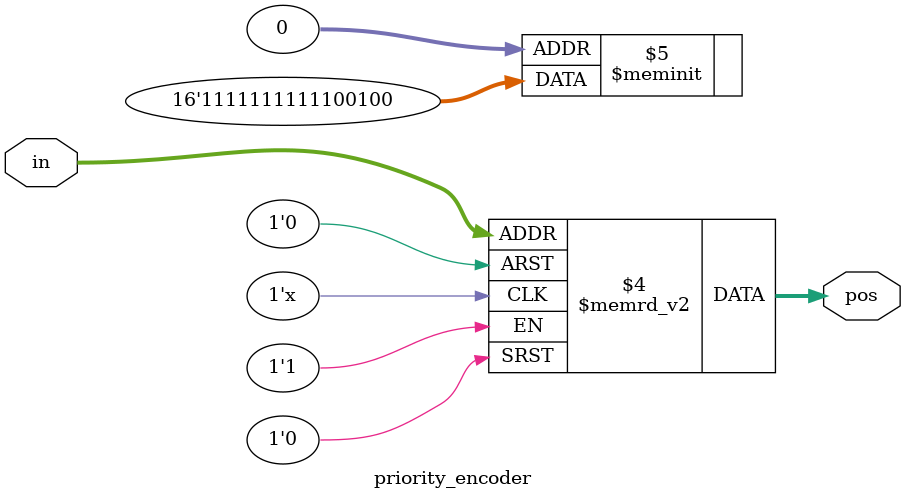
<source format=v>
module priority_encoder( 
input [2:0] in,
output reg [1:0] pos ); 
// When sel=1, assign b to out
// When sel=0, assign b to out
always @ (in) 
begin
case (in) 
3'b000 : pos = 2'b00; // input 000 --> output 000
3'b001 : pos = 2'b01; // input 001 --> output 001
3'b010 : pos = 2'b10; // input 010 --> output 010
3'b011 : pos = 2'b11; // input 011 --> output 011
3'b100 : pos = 2'b11; // input 100 --> output 100
3'b101 : pos = 2'b11; // input 101 --> output 101
3'b110 : pos = 2'b11; // input 110 --> output 110
3'b111 : pos = 2'b11; // input 111 --> output 111
default : pos = 2'b00;
endcase
end
endmodule

</source>
